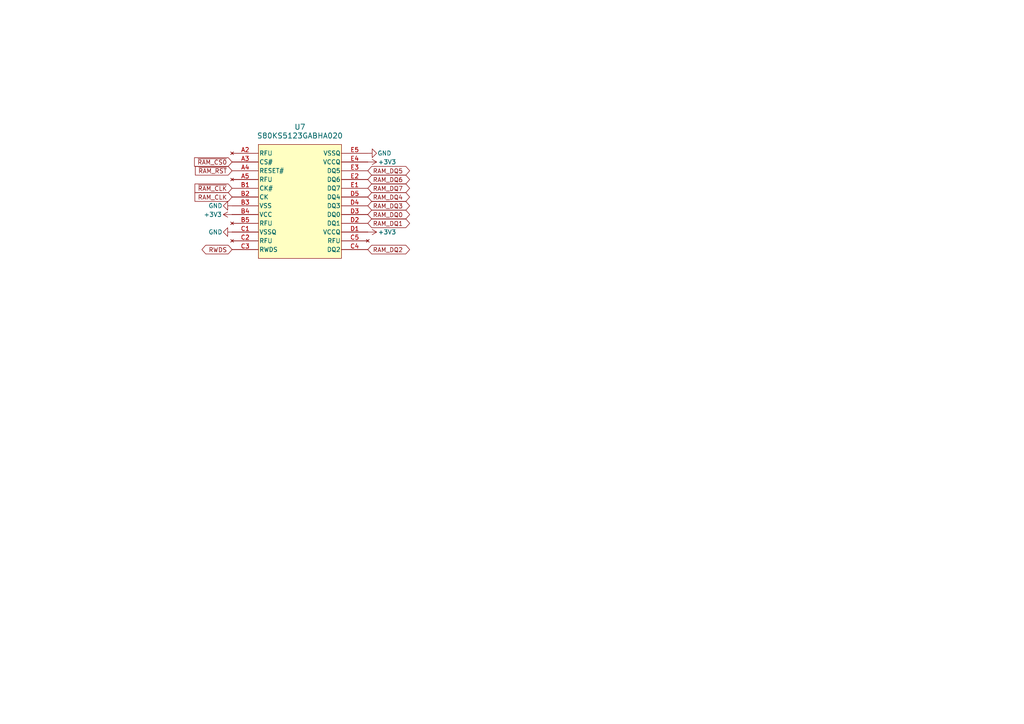
<source format=kicad_sch>
(kicad_sch (version 20231120) (generator "eeschema") (generator_version "8.0")
  (paper "A4")
  (lib_symbols
    (symbol "ESP32-PRO_Rev_B1:GND" (power) (pin_names (offset 0))
      (property "Value" "GND" (at 0 -3.81 0))
      (symbol "GND_0_1"
        (polyline (pts (xy 0 0) (xy 0 -1.27) (xy 1.27 -1.27) (xy 0 -2.54) (xy -1.27 -1.27) (xy 0 -1.27)))
      )
      (symbol "GND_1_1"
        (pin power_in line (at 0 0 270) (length 0) hide (name "GND") (number "1"))
      )
    )
    (symbol "Personal:S80KS5123GABHA020" (pin_names (offset 0.254))
      (property "Reference" "U" (at 22.86 10.16 0))
      (property "Value" "S80KS5123GABHA020" (at 22.86 7.62 0))
      (symbol "S80KS5123GABHA020_1_1"
        (rectangle (start 7.62 2.54) (end 31.75 -30.48) (fill (type background)))
        (pin no_connect line (at 0 0 0) (length 7.62) (name "RFU") (number "A2"))
        (pin input line (at 0 -2.54 0) (length 7.62) (name "CS#") (number "A3"))
        (pin input line (at 0 -5.08 0) (length 7.62) (name "RESET#") (number "A4"))
        (pin no_connect line (at 0 -7.62 0) (length 7.62) (name "RFU") (number "A5"))
        (pin input line (at 0 -10.16 0) (length 7.62) (name "CK#") (number "B1"))
        (pin input line (at 0 -12.7 0) (length 7.62) (name "CK") (number "B2"))
        (pin power_out line (at 0 -15.24 0) (length 7.62) (name "VSS") (number "B3"))
        (pin power_in line (at 0 -17.78 0) (length 7.62) (name "VCC") (number "B4"))
        (pin no_connect line (at 0 -20.32 0) (length 7.62) (name "RFU") (number "B5"))
        (pin power_out line (at 0 -22.86 0) (length 7.62) (name "VSSQ") (number "C1"))
        (pin no_connect line (at 0 -25.4 0) (length 7.62) (name "RFU") (number "C2"))
        (pin bidirectional line (at 0 -27.94 0) (length 7.62) (name "RWDS") (number "C3"))
        (pin bidirectional line (at 39.37 -27.94 180) (length 7.62) (name "DQ2") (number "C4"))
        (pin no_connect line (at 39.37 -25.4 180) (length 7.62) (name "RFU") (number "C5"))
        (pin power_in line (at 39.37 -22.86 180) (length 7.62) (name "VCCQ") (number "D1"))
        (pin bidirectional line (at 39.37 -20.32 180) (length 7.62) (name "DQ1") (number "D2"))
        (pin bidirectional line (at 39.37 -17.78 180) (length 7.62) (name "DQ0") (number "D3"))
        (pin bidirectional line (at 39.37 -15.24 180) (length 7.62) (name "DQ3") (number "D4"))
        (pin bidirectional line (at 39.37 -12.7 180) (length 7.62) (name "DQ4") (number "D5"))
        (pin bidirectional line (at 39.37 -10.16 180) (length 7.62) (name "DQ7") (number "E1"))
        (pin bidirectional line (at 39.37 -7.62 180) (length 7.62) (name "DQ6") (number "E2"))
        (pin bidirectional line (at 39.37 -5.08 180) (length 7.62) (name "DQ5") (number "E3"))
        (pin power_in line (at 39.37 -2.54 180) (length 7.62) (name "VCCQ") (number "E4"))
        (pin power_out line (at 39.37 0 180) (length 7.62) (name "VSSQ") (number "E5"))
      )
    )
    (symbol "power:+3V3" (power) (pin_names (offset 0))
      (property "Value" "+3V3" (at 0 3.556 0))
      (symbol "+3V3_0_1"
        (polyline (pts (xy -0.762 1.27) (xy 0 2.54)))
        (polyline (pts (xy 0 0) (xy 0 2.54)))
        (polyline (pts (xy 0 2.54) (xy 0.762 1.27)))
      )
      (symbol "+3V3_1_1"
        (pin power_in line (at 0 0 90) (length 0) hide (name "+3V3") (number "1"))
      )
    )
  )
  (global_label "RAM_DQ5" (shape bidirectional) (at 106.68 49.53 0) (property "Intersheetrefs" "${INTERSHEET_REFS}" (effects (hide yes))))
  (global_label "RAM_DQ0" (shape bidirectional) (at 106.68 62.23 0) (property "Intersheetrefs" "${INTERSHEET_REFS}" (effects (hide yes))))
  (global_label "RAM_DQ2" (shape bidirectional) (at 106.68 72.39 0) (property "Intersheetrefs" "${INTERSHEET_REFS}" (effects (hide yes))))
  (global_label "RAM_CLK" (shape input) (at 67.31 57.15 180) (property "Intersheetrefs" "${INTERSHEET_REFS}" (effects (hide yes))))
  (global_label "RAM_DQ7" (shape bidirectional) (at 106.68 54.61 0) (property "Intersheetrefs" "${INTERSHEET_REFS}" (effects (hide yes))))
  (global_label "RAM_DQ1" (shape bidirectional) (at 106.68 64.77 0) (property "Intersheetrefs" "${INTERSHEET_REFS}" (effects (hide yes))))
  (global_label "~{RAM_CS0}" (shape input) (at 67.31 46.99 180) (property "Intersheetrefs" "${INTERSHEET_REFS}" (effects (hide yes))))
  (global_label "RAM_DQ3" (shape bidirectional) (at 106.68 59.69 0) (property "Intersheetrefs" "${INTERSHEET_REFS}" (effects (hide yes))))
  (global_label "~{RAM_RST}" (shape input) (at 67.31 49.53 180) (property "Intersheetrefs" "${INTERSHEET_REFS}" (effects (hide yes))))
  (global_label "RAM_DQ4" (shape bidirectional) (at 106.68 57.15 0) (property "Intersheetrefs" "${INTERSHEET_REFS}" (effects (hide yes))))
  (global_label "RWDS" (shape bidirectional) (at 67.31 72.39 180) (property "Intersheetrefs" "${INTERSHEET_REFS}" (effects (hide yes))))
  (global_label "RAM_DQ6" (shape bidirectional) (at 106.68 52.07 0) (property "Intersheetrefs" "${INTERSHEET_REFS}" (effects (hide yes))))
  (global_label "~{RAM_CLK}" (shape input) (at 67.31 54.61 180) (property "Intersheetrefs" "${INTERSHEET_REFS}" (effects (hide yes))))
  (symbol (lib_id "power:+3V3") (at 106.68 67.31 270) (unit 1)
    (property "Reference" "#PWR020" (effects (hide yes)))
    (property "Value" "+3V3" (at 112.268 67.31 90))
  )
  (symbol (lib_id "Personal:S80KS5123GABHA020") (at 67.31 44.45 0) (unit 1)
    (property "Reference" "U7" (at 86.995 36.83 0) (effects (font (size 1.524 1.524))))
    (property "Value" "S80KS5123GABHA020" (at 86.995 39.37 0) (effects (font (size 1.524 1.524))))
    (property "Footprint" "Sync_VT extras:PG-BGA-24-801" (effects (hide yes)))
    (property "Datasheet" "S80KS5123GABHA020" (effects (hide yes)))
  )
  (symbol (lib_id "ESP32-PRO_Rev_B1:GND") (at 67.31 59.69 270) (mirror x) (unit 1)
    (property "Reference" "#PWR067" (effects (hide yes)))
    (property "Value" "GND" (at 62.484 59.69 90))
  )
  (symbol (lib_id "ESP32-PRO_Rev_B1:GND") (at 106.68 44.45 90) (unit 1)
    (property "Reference" "#PWR012" (effects (hide yes)))
    (property "Value" "GND" (at 111.506 44.45 90))
  )
  (symbol (lib_id "power:+3V3") (at 67.31 62.23 90) (mirror x) (unit 1)
    (property "Reference" "#PWR021" (effects (hide yes)))
    (property "Value" "+3V3" (at 61.722 62.23 90))
  )
  (symbol (lib_id "ESP32-PRO_Rev_B1:GND") (at 67.31 67.31 270) (mirror x) (unit 1)
    (property "Reference" "#PWR068" (effects (hide yes)))
    (property "Value" "GND" (at 62.484 67.31 90))
  )
  (symbol (lib_id "power:+3V3") (at 106.68 46.99 270) (unit 1)
    (property "Reference" "#PWR014" (effects (hide yes)))
    (property "Value" "+3V3" (at 112.268 46.99 90))
  )
)
</source>
